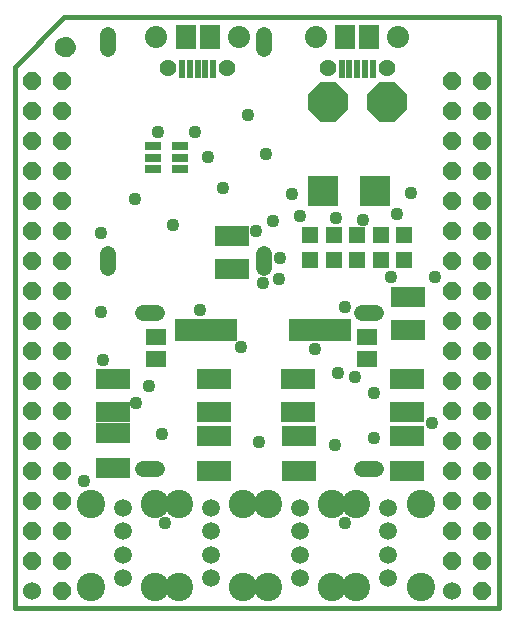
<source format=gts>
G75*
%MOIN*%
%OFA0B0*%
%FSLAX24Y24*%
%IPPOS*%
%LPD*%
%AMOC8*
5,1,8,0,0,1.08239X$1,22.5*
%
%ADD10C,0.0160*%
%ADD11C,0.0000*%
%ADD12C,0.0690*%
%ADD13C,0.0600*%
%ADD14OC8,0.0600*%
%ADD15OC8,0.1310*%
%ADD16C,0.0532*%
%ADD17R,0.1123X0.0651*%
%ADD18R,0.1123X0.0690*%
%ADD19R,0.0532X0.0532*%
%ADD20R,0.2060X0.0760*%
%ADD21C,0.0591*%
%ADD22C,0.0946*%
%ADD23R,0.0217X0.0591*%
%ADD24R,0.0651X0.0808*%
%ADD25C,0.0739*%
%ADD26C,0.0562*%
%ADD27R,0.1005X0.1005*%
%ADD28R,0.0651X0.0572*%
%ADD29R,0.0532X0.0296*%
%ADD30C,0.0436*%
D10*
X002254Y004003D02*
X018396Y004003D01*
X018396Y023688D01*
X003907Y023688D01*
X002254Y022034D01*
X002254Y004003D01*
D11*
X003632Y022704D02*
X003634Y022739D01*
X003640Y022774D01*
X003650Y022808D01*
X003663Y022841D01*
X003680Y022872D01*
X003701Y022900D01*
X003724Y022927D01*
X003751Y022950D01*
X003779Y022971D01*
X003810Y022988D01*
X003843Y023001D01*
X003877Y023011D01*
X003912Y023017D01*
X003947Y023019D01*
X003982Y023017D01*
X004017Y023011D01*
X004051Y023001D01*
X004084Y022988D01*
X004115Y022971D01*
X004143Y022950D01*
X004170Y022927D01*
X004193Y022900D01*
X004214Y022872D01*
X004231Y022841D01*
X004244Y022808D01*
X004254Y022774D01*
X004260Y022739D01*
X004262Y022704D01*
X004260Y022669D01*
X004254Y022634D01*
X004244Y022600D01*
X004231Y022567D01*
X004214Y022536D01*
X004193Y022508D01*
X004170Y022481D01*
X004143Y022458D01*
X004115Y022437D01*
X004084Y022420D01*
X004051Y022407D01*
X004017Y022397D01*
X003982Y022391D01*
X003947Y022389D01*
X003912Y022391D01*
X003877Y022397D01*
X003843Y022407D01*
X003810Y022420D01*
X003779Y022437D01*
X003751Y022458D01*
X003724Y022481D01*
X003701Y022508D01*
X003680Y022536D01*
X003663Y022567D01*
X003650Y022600D01*
X003640Y022634D01*
X003634Y022669D01*
X003632Y022704D01*
D12*
X003947Y022704D03*
D13*
X002825Y004558D03*
X016825Y004558D03*
D14*
X016825Y005558D03*
X017825Y005558D03*
X017825Y004558D03*
X017825Y006558D03*
X017825Y007558D03*
X017825Y008558D03*
X017825Y009558D03*
X017825Y010558D03*
X017825Y011558D03*
X017825Y012558D03*
X017825Y013558D03*
X017825Y014558D03*
X017825Y015558D03*
X017825Y016558D03*
X017825Y017558D03*
X017825Y018558D03*
X017825Y019558D03*
X017825Y020558D03*
X017825Y021558D03*
X016825Y021558D03*
X016825Y020558D03*
X016825Y019558D03*
X016825Y018558D03*
X016825Y017558D03*
X016825Y016558D03*
X016825Y015558D03*
X016825Y014558D03*
X016825Y013558D03*
X016825Y012558D03*
X016825Y011558D03*
X016825Y010558D03*
X016825Y009558D03*
X016825Y008558D03*
X016825Y007558D03*
X016825Y006558D03*
X003825Y006558D03*
X003825Y007558D03*
X003825Y008558D03*
X003825Y009558D03*
X003825Y010558D03*
X003825Y011558D03*
X003825Y012558D03*
X003825Y013558D03*
X003825Y014558D03*
X003825Y015558D03*
X003825Y016558D03*
X003825Y017558D03*
X003825Y018558D03*
X003825Y019558D03*
X003825Y020558D03*
X003825Y021558D03*
X002825Y021558D03*
X002825Y020558D03*
X002825Y019558D03*
X002825Y018558D03*
X002825Y017558D03*
X002825Y016558D03*
X002825Y015558D03*
X002825Y014558D03*
X002825Y013558D03*
X002825Y012558D03*
X002825Y011558D03*
X002825Y010558D03*
X002825Y009558D03*
X002825Y008558D03*
X002825Y007558D03*
X002825Y006558D03*
X002825Y005558D03*
X003825Y005558D03*
X003825Y004558D03*
D15*
X012687Y020853D03*
X014655Y020853D03*
D16*
X010570Y022633D02*
X010570Y023105D01*
X005370Y023105D02*
X005370Y022633D01*
X005370Y015805D02*
X005370Y015333D01*
X006536Y013840D02*
X007009Y013840D01*
X010570Y015333D02*
X010570Y015805D01*
X013836Y013840D02*
X014309Y013840D01*
X014309Y008640D02*
X013836Y008640D01*
X007009Y008640D02*
X006536Y008640D01*
D17*
X005522Y008668D03*
X005522Y009830D03*
X008907Y009712D03*
X008907Y008550D03*
X011742Y008550D03*
X011742Y009712D03*
X015325Y009712D03*
X015325Y008550D03*
D18*
X015325Y010538D03*
X015325Y011641D03*
X015364Y013255D03*
X015364Y014357D03*
X011703Y011641D03*
X011703Y010538D03*
X008907Y010538D03*
X008907Y011641D03*
X009498Y015302D03*
X009498Y016405D03*
X005522Y011641D03*
X005522Y010538D03*
D19*
X012096Y015597D03*
X012096Y016424D03*
X012884Y016424D03*
X012884Y015597D03*
X013671Y015597D03*
X013671Y016424D03*
X014459Y016424D03*
X014459Y015597D03*
X015246Y015597D03*
X015246Y016424D03*
D20*
X012422Y013255D03*
X008622Y013255D03*
D21*
X008809Y007342D03*
X008809Y006554D03*
X008809Y005767D03*
X008809Y004979D03*
X011762Y004979D03*
X011762Y005767D03*
X011762Y006554D03*
X011762Y007342D03*
X014714Y007342D03*
X014714Y006554D03*
X014714Y005767D03*
X014714Y004979D03*
X005856Y004979D03*
X005856Y005767D03*
X005856Y006554D03*
X005856Y007342D03*
D22*
X004785Y007448D03*
X004785Y004692D03*
X006927Y004692D03*
X007738Y004692D03*
X009880Y004692D03*
X010691Y004692D03*
X012833Y004692D03*
X013644Y004692D03*
X015785Y004692D03*
X015785Y007448D03*
X013644Y007448D03*
X012833Y007448D03*
X010691Y007448D03*
X009880Y007448D03*
X007738Y007448D03*
X006927Y007448D03*
D23*
X007844Y021966D03*
X008100Y021966D03*
X008356Y021966D03*
X008612Y021966D03*
X008868Y021966D03*
X013159Y021966D03*
X013415Y021966D03*
X013671Y021966D03*
X013927Y021966D03*
X014183Y021966D03*
D24*
X014065Y023019D03*
X013277Y023015D03*
X008750Y023019D03*
X007962Y023015D03*
D25*
X006978Y023019D03*
X009734Y023019D03*
X012293Y023019D03*
X015049Y023019D03*
D26*
X014655Y021985D03*
X012687Y021985D03*
X009340Y021985D03*
X007372Y021985D03*
D27*
X012529Y017901D03*
X014262Y017901D03*
D28*
X013986Y013038D03*
X013986Y012290D03*
X006978Y012290D03*
X006978Y013038D03*
D29*
X006860Y018629D03*
X006860Y019003D03*
X006860Y019377D03*
X007766Y019377D03*
X007766Y019003D03*
X007766Y018629D03*
D30*
X008710Y019042D03*
X008277Y019869D03*
X007018Y019869D03*
X006270Y017625D03*
X005128Y016483D03*
X005128Y013845D03*
X005207Y012271D03*
X006309Y010814D03*
X006742Y011405D03*
X007175Y009790D03*
X007254Y006838D03*
X004577Y008216D03*
X008435Y013924D03*
X009813Y012704D03*
X010522Y014830D03*
X011073Y014948D03*
X011112Y015656D03*
X010285Y016562D03*
X010876Y016877D03*
X011506Y017782D03*
X011781Y017074D03*
X012962Y016995D03*
X013868Y016916D03*
X015010Y017113D03*
X015482Y017822D03*
X014813Y015027D03*
X016270Y015027D03*
X013592Y011680D03*
X013041Y011838D03*
X012254Y012625D03*
X013277Y014042D03*
X014222Y011168D03*
X014222Y009672D03*
X012923Y009436D03*
X013277Y006838D03*
X016151Y010145D03*
X010403Y009515D03*
X007529Y016759D03*
X009183Y017979D03*
X010640Y019121D03*
X010049Y020420D03*
M02*

</source>
